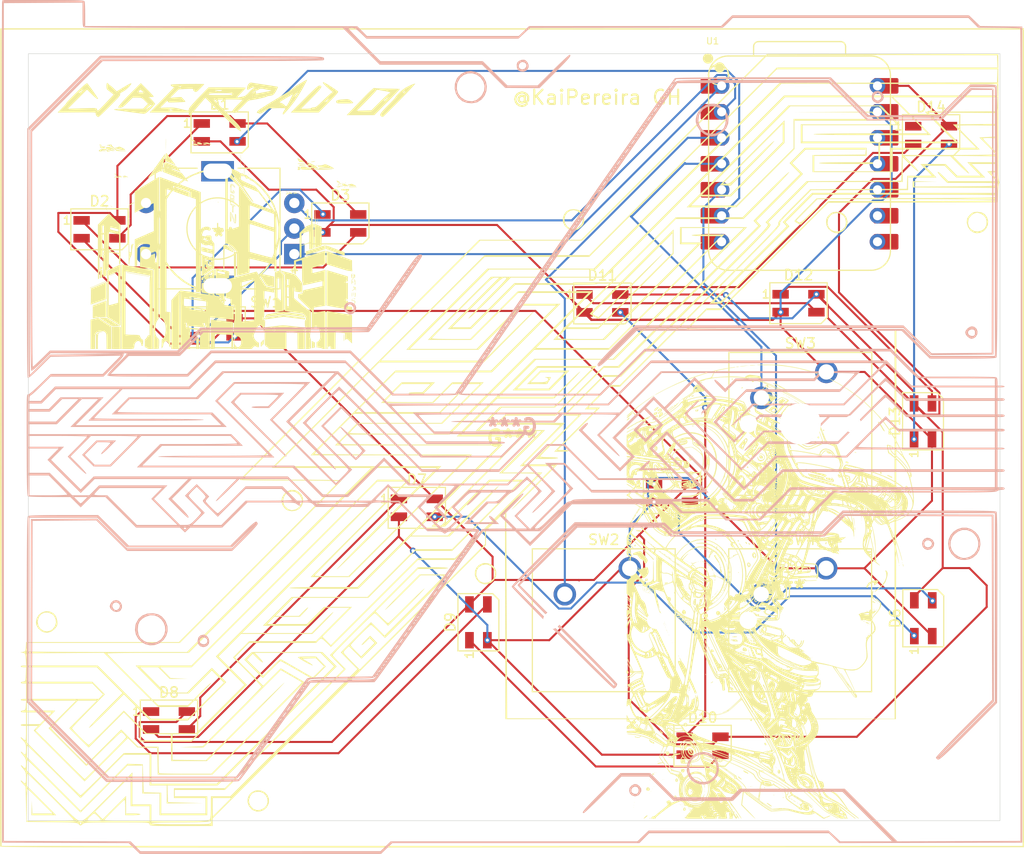
<source format=kicad_pcb>
(kicad_pcb (version 20240108) (generator "pcbnew") (generator_version "8.0")
  (layers (0 "F.Cu" signal) (31 "B.Cu" signal) (34 "B.Paste" user) (35 "F.Paste" user) (36 "B.SilkS" user "B.Silkscreen") (37 "F.SilkS" user "F.Silkscreen") (38 "B.Mask" user) (39 "F.Mask" user) (44 "Edge.Cuts" user))
  (net 0 "")
  (net 1 "GND")
  (net 2 "ENC_A")
  (net 3 "ENC_B")
  (net 4 "Net-(U1-GPIO28{slash}ADC2{slash}A2)")
  (net 5 "Net-(U1-GPIO29{slash}ADC3{slash}A3)")
  (net 6 "Net-(U1-GPIO6{slash}SDA)")
  (net 10 "+5V")
  (net 16 "LED")
  (net 19 "Net-(D1-DOUT)")
  (net 22 "Net-(D2-DOUT)")
  (net 23 "Net-(D3-DOUT)")
  (net 24 "Net-(D4-DOUT)")
  (net 25 "Net-(D5-DOUT)")
  (net 26 "Net-(D6-DOUT)")
  (net 27 "Net-(D7-DOUT)")
  (net 28 "Net-(D8-DOUT)")
  (net 29 "Net-(D10-DIN)")
  (net 30 "Net-(D10-DOUT)")
  (net 31 "Net-(D11-DOUT)")
  (net 32 "Net-(D12-DOUT)")
  (net 33 "Net-(D13-DOUT)")
  (footprint "LOGO" (layer "F.Cu") (at 84 82.9)
    (property "Reference" "G***" (at 0 0 0) (layer "F.SilkS") (effects (font (size 1.5 1.5) (thickness 0.3))))
    (property "Value" "LOGO" (hide yes))
  )
  (footprint "LED_SMD:LED_SK6812MINI_PLCC4_3.5x3.5mm_P1.75mm" (layer "F.Cu") (at 127.92817 107.963167)
    (property "Reference" "D5" (at 0 -2.75 0) (layer "F.SilkS"))
    (property "Value" "SK6812MINI")
    (fp_text user "1" (at -3.2 -0.875 0) (layer "F.SilkS") (effects (font (size 0.8 0.8))))
    (pad "1" smd rect (at -1.75 -0.875) (size 1.6 0.85) (layers "F.Cu" "F.Paste" "F.Mask") (net 25 "Net-(D5-DOUT)"))
    (pad "2" smd rect (at -1.75 0.875) (size 1.6 0.85) (layers "F.Cu" "F.Paste" "F.Mask") (net 1 "GND"))
    (pad "3" smd rect (at 1.75 0.875) (size 1.6 0.85) (layers "F.Cu" "F.Paste" "F.Mask") (net 24 "Net-(D4-DOUT)"))
    (pad "4" smd rect (at 1.75 -0.875) (size 1.6 0.85) (layers "F.Cu" "F.Paste" "F.Mask") (net 10 "+5V"))
  )
  (footprint "LOGO" (layer "F.Cu") (at 112.3 102.6)
    (property "Reference" "G***" (at 0 0 0) (layer "F.SilkS") (effects (font (size 1.5 1.5) (thickness 0.3))))
    (property "Value" "LOGO" (hide yes))
  )
  (footprint "LED_SMD:LED_SK6812MINI_PLCC4_3.5x3.5mm_P1.75mm" (layer "F.Cu") (at 102.977827 109.408011)
    (property "Reference" "D7" (at 0 -2.75 0) (layer "F.SilkS"))
    (property "Value" "SK6812MINI")
    (fp_text user "1" (at -3.2 -0.875 0) (layer "F.SilkS") (effects (font (size 0.8 0.8))))
    (pad "1" smd rect (at -1.75 -0.875) (size 1.6 0.85) (layers "F.Cu" "F.Paste" "F.Mask") (net 27 "Net-(D7-DOUT)"))
    (pad "2" smd rect (at -1.75 0.875) (size 1.6 0.85) (layers "F.Cu" "F.Paste" "F.Mask") (net 1 "GND"))
    (pad "3" smd rect (at 1.75 0.875) (size 1.6 0.85) (layers "F.Cu" "F.Paste" "F.Mask") (net 26 "Net-(D6-DOUT)"))
    (pad "4" smd rect (at 1.75 -0.875) (size 1.6 0.85) (layers "F.Cu" "F.Paste" "F.Mask") (net 10 "+5V"))
  )
  (footprint "LED_SMD:LED_SK6812MINI_PLCC4_3.5x3.5mm_P1.75mm" (layer "F.Cu") (at 140.3 89.4)
    (property "Reference" "D12" (at 0 -2.75 0) (layer "F.SilkS"))
    (property "Value" "SK6812MINI")
    (fp_text user "1" (at -3.2 -0.875 0) (layer "F.SilkS") (effects (font (size 0.8 0.8))))
    (pad "1" smd rect (at -1.75 -0.875) (size 1.6 0.85) (layers "F.Cu" "F.Paste" "F.Mask") (net 32 "Net-(D12-DOUT)"))
    (pad "2" smd rect (at -1.75 0.875) (size 1.6 0.85) (layers "F.Cu" "F.Paste" "F.Mask") (net 1 "GND"))
    (pad "3" smd rect (at 1.75 0.875) (size 1.6 0.85) (layers "F.Cu" "F.Paste" "F.Mask") (net 31 "Net-(D11-DOUT)"))
    (pad "4" smd rect (at 1.75 -0.875) (size 1.6 0.85) (layers "F.Cu" "F.Paste" "F.Mask") (net 10 "+5V"))
  )
  (footprint "kai's library:SW_Cherry_MX_1.00u_PCB" (layer "F.Cu") (at 123.8 115.32)
    (property "Reference" "SW2" (at -2.54 -2.794 0) (layer "F.SilkS"))
    (property "Value" "SW_Push")
    (pad "" np_thru_hole circle (at -7.62 5.08) (size 1.7 1.7) (drill 1.7) (layers "*.Cu" "*.Mask"))
    (pad "" np_thru_hole circle (at -2.54 5.08) (size 4 4) (drill 4) (layers "*.Cu" "*.Mask"))
    (pad "" np_thru_hole circle (at 2.54 5.08) (size 1.7 1.7) (drill 1.7) (layers "*.Cu" "*.Mask"))
    (pad "1" thru_hole circle (at 0 0) (size 2.2 2.2) (drill 1.5) (layers "*.Cu" "*.Mask") (net 1 "GND"))
    (pad "2" thru_hole circle (at -6.35 2.54) (size 2.2 2.2) (drill 1.5) (layers "*.Cu" "*.Mask") (net 4 "Net-(U1-GPIO28{slash}ADC2{slash}A2)"))
  )
  (footprint "LED_SMD:LED_SK6812MINI_PLCC4_3.5x3.5mm_P1.75mm" (layer "F.Cu") (at 109 120.6 90)
    (property "Reference" "D9" (at 0 -2.75 90) (layer "F.SilkS"))
    (property "Value" "SK6812MINI")
    (fp_text user "1" (at -3.2 -0.875 90) (layer "F.SilkS") (effects (font (size 0.8 0.8))))
    (pad "1" smd rect (at -1.75 -0.875 90) (size 1.6 0.85) (layers "F.Cu" "F.Paste" "F.Mask") (net 29 "Net-(D10-DIN)"))
    (pad "2" smd rect (at -1.75 0.875 90) (size 1.6 0.85) (layers "F.Cu" "F.Paste" "F.Mask") (net 1 "GND"))
    (pad "3" smd rect (at 1.75 0.875 90) (size 1.6 0.85) (layers "F.Cu" "F.Paste" "F.Mask") (net 28 "Net-(D8-DOUT)"))
    (pad "4" smd rect (at 1.75 -0.875 90) (size 1.6 0.85) (layers "F.Cu" "F.Paste" "F.Mask") (net 10 "+5V"))
  )
  (footprint "LED_SMD:LED_SK6812MINI_PLCC4_3.5x3.5mm_P1.75mm" (layer "F.Cu") (at 83.7 72.7)
    (property "Reference" "D1" (at 0 -2.75 0) (layer "F.SilkS"))
    (property "Value" "SK6812MINI")
    (fp_text user "1" (at -3.2 -0.875 0) (layer "F.SilkS") (effects (font (size 0.8 0.8))))
    (pad "1" smd rect (at -1.75 -0.875) (size 1.6 0.85) (layers "F.Cu" "F.Paste" "F.Mask") (net 19 "Net-(D1-DOUT)"))
    (pad "2" smd rect (at -1.75 0.875) (size 1.6 0.85) (layers "F.Cu" "F.Paste" "F.Mask") (net 1 "GND"))
    (pad "3" smd rect (at 1.75 0.875) (size 1.6 0.85) (layers "F.Cu" "F.Paste" "F.Mask") (net 16 "LED"))
    (pad "4" smd rect (at 1.75 -0.875) (size 1.6 0.85) (layers "F.Cu" "F.Paste" "F.Mask") (net 10 "+5V"))
  )
  (footprint "LED_SMD:LED_SK6812MINI_PLCC4_3.5x3.5mm_P1.75mm" (layer "F.Cu") (at 130.918952 132.672735)
    (property "Reference" "D10" (at 0 -2.75 0) (layer "F.SilkS"))
    (property "Value" "SK6812MINI")
    (fp_text user "1" (at -3.2 -0.875 0) (layer "F.SilkS") (effects (font (size 0.8 0.8))))
    (pad "1" smd rect (at -1.75 -0.875) (size 1.6 0.85) (layers "F.Cu" "F.Paste" "F.Mask") (net 30 "Net-(D10-DOUT)"))
    (pad "2" smd rect (at -1.75 0.875) (size 1.6 0.85) (layers "F.Cu" "F.Paste" "F.Mask") (net 1 "GND"))
    (pad "3" smd rect (at 1.75 0.875) (size 1.6 0.85) (layers "F.Cu" "F.Paste" "F.Mask") (net 29 "Net-(D10-DIN)"))
    (pad "4" smd rect (at 1.75 -0.875) (size 1.6 0.85) (layers "F.Cu" "F.Paste" "F.Mask") (net 10 "+5V"))
  )
  (footprint "Rotary_Encoder:RotaryEncoder_Alps_EC11E-Switch_Vertical_H20mm" (layer "F.Cu") (at 91 84.6 180)
    (property "Reference" "SW1" (at 2.8 -4.7 0) (layer "F.SilkS"))
    (property "Value" "RotaryEncoder")
    (pad "A" thru_hole rect (at 0 0 180) (size 2 2) (drill 1) (layers "*.Cu" "*.Mask") (net 2 "ENC_A"))
    (pad "B" thru_hole circle (at 0 5 180) (size 2 2) (drill 1) (layers "*.Cu" "*.Mask") (net 3 "ENC_B"))
    (pad "C" thru_hole circle (at 0 2.5 180) (size 2 2) (drill 1) (layers "*.Cu" "*.Mask") (net 1 "GND"))
    (pad "MP" thru_hole rect (at 7.5 -3.1 180) (size 3.2 2) (drill oval 2.8 1.5) (layers "*.Cu" "*.Mask"))
    (pad "MP" thru_hole rect (at 7.5 8.1 180) (size 3.2 2) (drill oval 2.8 1.5) (layers "*.Cu" "*.Mask"))
    (pad "S1" thru_hole circle (at 14.5 5 180) (size 2 2) (drill 1) (layers "*.Cu" "*.Mask"))
    (pad "S2" thru_hole circle (at 14.5 0 180) (size 2 2) (drill 1) (layers "*.Cu" "*.Mask"))
  )
  (footprint "LED_SMD:LED_SK6812MINI_PLCC4_3.5x3.5mm_P1.75mm" (layer "F.Cu") (at 121.125265 89.425706)
    (property "Reference" "D11" (at 0 -2.75 0) (layer "F.SilkS"))
    (property "Value" "SK6812MINI")
    (fp_text user "1" (at -3.2 -0.875 0) (layer "F.SilkS") (effects (font (size 0.8 0.8))))
    (pad "1" smd rect (at -1.75 -0.875) (size 1.6 0.85) (layers "F.Cu" "F.Paste" "F.Mask") (net 31 "Net-(D11-DOUT)"))
    (pad "2" smd rect (at -1.75 0.875) (size 1.6 0.85) (layers "F.Cu" "F.Paste" "F.Mask") (net 1 "GND"))
    (pad "3" smd rect (at 1.75 0.875) (size 1.6 0.85) (layers "F.Cu" "F.Paste" "F.Mask") (net 30 "Net-(D10-DOUT)"))
    (pad "4" smd rect (at 1.75 -0.875) (size 1.6 0.85) (layers "F.Cu" "F.Paste" "F.Mask") (net 10 "+5V"))
  )
  (footprint "LED_SMD:LED_SK6812MINI_PLCC4_3.5x3.5mm_P1.75mm" (layer "F.Cu") (at 152.5 120.2 90)
    (property "Reference" "D6" (at 0 -2.75 90) (layer "F.SilkS"))
    (property "Value" "SK6812MINI")
    (fp_text user "1" (at -3.2 -0.875 90) (layer "F.SilkS") (effects (font (size 0.8 0.8))))
    (pad "1" smd rect (at -1.75 -0.875 90) (size 1.6 0.85) (layers "F.Cu" "F.Paste" "F.Mask") (net 26 "Net-(D6-DOUT)"))
    (pad "2" smd rect (at -1.75 0.875 90) (size 1.6 0.85) (layers "F.Cu" "F.Paste" "F.Mask") (net 1 "GND"))
    (pad "3" smd rect (at 1.75 0.875 90) (size 1.6 0.85) (layers "F.Cu" "F.Paste" "F.Mask") (net 25 "Net-(D5-DOUT)"))
    (pad "4" smd rect (at 1.75 -0.875 90) (size 1.6 0.85) (layers "F.Cu" "F.Paste" "F.Mask") (net 10 "+5V"))
  )
  (footprint "LOGO" (layer "F.Cu") (at 85.3 70)
    (property "Reference" "G***" (hide yes))
    (property "Value" "LOGO" (hide yes))
  )
  (footprint "LED_SMD:LED_SK6812MINI_PLCC4_3.5x3.5mm_P1.75mm" (layer "F.Cu") (at 71.95 82.175)
    (property "Reference" "D2" (at 0 -2.75 0) (layer "F.SilkS"))
    (property "Value" "SK6812MINI")
    (fp_text user "1" (at -3.2 -0.875 0) (layer "F.SilkS") (effects (font (size 0.8 0.8))))
    (pad "1" smd rect (at -1.75 -0.875) (size 1.6 0.85) (layers "F.Cu" "F.Paste" "F.Mask") (net 22 "Net-(D2-DOUT)"))
    (pad "2" smd rect (at -1.75 0.875) (size 1.6 0.85) (layers "F.Cu" "F.Paste" "F.Mask") (net 1 "GND"))
    (pad "3" smd rect (at 1.75 0.875) (size 1.6 0.85) (layers "F.Cu" "F.Paste" "F.Mask") (net 19 "Net-(D1-DOUT)"))
    (pad "4" smd rect (at 1.75 -0.875) (size 1.6 0.85) (layers "F.Cu" "F.Paste" "F.Mask") (net 10 "+5V"))
  )
  (footprint "kai's library:SW_Cherry_MX_1.00u_PCB" (layer "F.Cu") (at 143.02 96.12)
    (property "Reference" "SW3" (at -2.54 -2.794 0) (layer "F.SilkS"))
    (property "Value" "SW_Push")
    (pad "" np_thru_hole circle (at -7.62 5.08) (size 1.7 1.7) (drill 1.7) (layers "*.Cu" "*.Mask"))
    (pad "" np_thru_hole circle (at -2.54 5.08) (size 4 4) (drill 4) (layers "*.Cu" "*.Mask"))
    (pad "" np_thru_hole circle (at 2.54 5.08) (size 1.7 1.7) (drill 1.7) (layers "*.Cu" "*.Mask"))
    (pad "1" thru_hole circle (at 0 0) (size 2.2 2.2) (drill 1.5) (layers "*.Cu" "*.Mask") (net 1 "GND"))
    (pad "2" thru_hole circle (at -6.35 2.54) (size 2.2 2.2) (drill 1.5) (layers "*.Cu" "*.Mask") (net 5 "Net-(U1-GPIO29{slash}ADC3{slash}A3)"))
  )
  (footprint "LOGO" (layer "F.Cu") (at 138.5 117.3)
    (property "Reference" "G***" (at 0 0 0) (layer "F.SilkS") (effects (font (size 1.5 1.5) (thickness 0.3))))
    (property "Value" "LOGO" (hide yes))
  )
  (footprint "kai's library:SW_Cherry_MX_1.00u_PCB" (layer "F.Cu") (at 143 115.32)
    (property "Reference" "SW4" (at -2.54 -2.794 0) (layer "F.SilkS"))
    (property "Value" "SW_Push")
    (pad "" np_thru_hole circle (at -7.62 5.08) (size 1.7 1.7) (drill 1.7) (layers "*.Cu" "*.Mask"))
    (pad "" np_thru_hole circle (at -2.54 5.08) (size 4 4) (drill 4) (layers "*.Cu" "*.Mask"))
    (pad "" np_thru_hole circle (at 2.54 5.08) (size 1.7 1.7) (drill 1.7) (layers "*.Cu" "*.Mask"))
    (pad "1" thru_hole circle (at 0 0) (size 2.2 2.2) (drill 1.5) (layers "*.Cu" "*.Mask") (net 1 "GND"))
    (pad "2" thru_hole circle (at -6.35 2.54) (size 2.2 2.2) (drill 1.5) (layers "*.Cu" "*.Mask") (net 6 "Net-(U1-GPIO6{slash}SDA)"))
  )
  (footprint "LED_SMD:LED_SK6812MINI_PLCC4_3.5x3.5mm_P1.75mm" (layer "F.Cu") (at 83.403432 91.755052)
    (property "Reference" "D4" (at 0 -2.75 0) (layer "F.SilkS"))
    (property "Value" "SK6812MINI")
    (fp_text user "1" (at -3.2 -0.875 0) (layer "F.SilkS") (effects (font (size 0.8 0.8))))
    (pad "1" smd rect (at -1.75 -0.875) (size 1.6 0.85) (layers "F.Cu" "F.Paste" "F.Mask") (net 24 "Net-(D4-DOUT)"))
    (pad "2" smd rect (at -1.75 0.875) (size 1.6 0.85) (layers "F.Cu" "F.Paste" "F.Mask") (net 1 "GND"))
    (pad "3" smd rect (at 1.75 0.875) (size 1.6 0.85) (layers "F.Cu" "F.Paste" "F.Mask") (net 23 "Net-(D3-DOUT)"))
    (pad "4" smd rect (at 1.75 -0.875) (size 1.6 0.85) (layers "F.Cu" "F.Paste" "F.Mask") (net 10 "+5V"))
  )
  (footprint "LED_SMD:LED_SK6812MINI_PLCC4_3.5x3.5mm_P1.75mm" (layer "F.Cu") (at 153.264744 72.966666)
    (property "Reference" "D14" (at 0 -2.75 0) (layer "F.SilkS"))
    (property "Value" "SK6812MINI")
    (fp_text user "1" (at -3.2 -0.875 0) (layer "F.SilkS") (effects (font (size 0.8 0.8))))
    (pad "1" smd rect (at -1.75 -0.875) (size 1.6 0.85) (layers "F.Cu" "F.Paste" "F.Mask"))
    (pad "2" smd rect (at -1.75 0.875) (size 1.6 0.85) (layers "F.Cu" "F.Paste" "F.Mask") (net 1 "GND"))
    (pad "3" smd rect (at 1.75 0.875) (size 1.6 0.85) (layers "F.Cu" "F.Paste" "F.Mask") (net 33 "Net-(D13-DOUT)"))
    (pad "4" smd rect (at 1.75 -0.875) (size 1.6 0.85) (layers "F.Cu" "F.Paste" "F.Mask") (net 10 "+5V"))
  )
  (footprint "LED_SMD:LED_SK6812MINI_PLCC4_3.5x3.5mm_P1.75mm" (layer "F.Cu") (at 152.475 100.95 90)
    (property "Reference" "D13" (at 0 -2.75 90) (layer "F.SilkS"))
    (property "Value" "SK6812MINI")
    (fp_text user "1" (at -3.2 -0.875 90) (layer "F.SilkS") (effects (font (size 0.8 0.8))))
    (pad "1" smd rect (at -1.75 -0.875 90) (size 1.6 0.85) (layers "F.Cu" "F.Paste" "F.Mask") (net 33 "Net-(D13-DOUT)"))
    (pad "2" smd rect (at -1.75 0.875 90) (size 1.6 0.85) (layers "F.Cu" "F.Paste" "F.Mask") (net 1 "GND"))
    (pad "3" smd rect (at 1.75 0.875 90) (size 1.6 0.85) (layers "F.Cu" "F.Paste" "F.Mask") (net 32 "Net-(D12-DOUT)"))
    (pad "4" smd rect (at 1.75 -0.875 90) (size 1.6 0.85) (layers "F.Cu" "F.Paste" "F.Mask") (net 10 "+5V"))
  )
  (footprint "Seeed Studio XIAO Series Library:XIAO-RP2040-DIP" (layer "F.Cu") (at 140.4 75.7685)
    (property "Reference" "U1" (at -8.5 -12 0) (layer "F.SilkS") (effects (font (size 0.635 0.635) (thickness 0.1016))))
    (property "Value" "XIAO-RP2040-DIP")
    (pad "1" smd roundrect (at -8.455 -7.62 180) (size 2.432 1.524) (layers "F.Cu" "F.Mask") (roundrect_rratio 0.1) (net 2 "ENC_A"))
    (pad "1" thru_hole circle (at -7.62 -7.62 180) (size 1.524 1.524) (drill 0.889) (layers "*.Cu" "*.Mask") (net 2 "ENC_A"))
    (pad "2" smd roundrect (at -8.455 -5.08 180) (size 2.432 1.524) (layers "F.Cu" "F.Mask") (roundrect_rratio 0.1) (net 3 "ENC_B"))
    (pad "2" thru_hole circle (at -7.62 -5.08 180) (size 1.524 1.524) (drill 0.889) (layers "*.Cu" "*.Mask") (net 3 "ENC_B"))
    (pad "3" smd roundrect (at -8.455 -2.54 180) (size 2.432 1.524) (layers "F.Cu" "F.Mask") (roundrect_rratio 0.1) (net 4 "Net-(U1-GPIO28{slash}ADC2{slash}A2)"))
    (pad "3" thru_hole circle (at -7.62 -2.54 180) (size 1.524 1.524) (drill 0.889) (layers "*.Cu" "*.Mask") (net 4 "Net-(U1-GPIO28{slash}ADC2{slash}A2)"))
    (pad "4" smd roundrect (at -8.455 0 180) (size 2.432 1.524) (layers "F.Cu" "F.Mask") (roundrect_rratio 0.1) (net 5 "Net-(U1-GPIO29{slash}ADC3{slash}A3)"))
    (pad "4" thru_hole circle (at -7.62 0 180) (size 1.524 1.524) (drill 0.889) (layers "*.Cu" "*.Mask") (net 5 "Net-(U1-GPIO29{slash}ADC3{slash}A3)"))
    (pad "5" smd roundrect (at -8.455 2.54 180) (size 2.432 1.524) (layers "F.Cu" "F.Mask") (roundrect_rratio 0.1) (net 6 "Net-(U1-GPIO6{slash}SDA)"))
    (pad "5" thru_hole circle (at -7.62 2.54 180) (size 1.524 1.524) (drill 0.889) (layers "*.Cu" "*.Mask") (net 6 "Net-(U1-GPIO6{slash}SDA)"))
    (pad "6" smd roundrect (at -8.455 5.08 180) (size 2.432 1.524) (layers "F.Cu" "F.Mask") (roundrect_rratio 0.1) (net 16 "LED"))
    (pad "6" thru_hole circle (at -7.62 5.08 180) (size 1.524 1.524) (drill 0.889) (layers "*.Cu" "*.Mask") (net 16 "LED"))
    (pad "7" smd roundrect (at -8.455 7.62 180) (size 2.432 1.524) (layers "F.Cu" "F.Mask") (roundrect_rratio 0.1))
    (pad "7" thru_hole circle (at -7.62 7.62 180) (size 1.524 1.524) (drill 0.889) (layers "*.Cu" "*.Mask"))
    (pad "8" thru_hole circle (at 7.62 7.62) (size 1.524 1.524) (drill 0.889) (layers "*.Cu" "*.Mask"))
    (pad "8" smd roundrect (at 8.455 7.62) (size 2.432 1.524) (layers "F.Cu" "F.Mask") (roundrect_rratio 0.1))
    (pad "9" thru_hole circle (at 7.62 5.08) (size 1.524 1.524) (drill 0.889) (layers "*.Cu" "*.Mask"))
    (pad "9" smd roundrect (at 8.455 5.08) (size 2.432 1.524) (layers "F.Cu" "F.Mask") (roundrect_rratio 0.1))
    (pad "10" thru_hole circle (at 7.62 2.54) (size 1.524 1.524) (drill 0.889) (layers "*.Cu" "*.Mask"))
    (pad "10" smd roundrect (at 8.455 2.54) (size 2.432 1.524) (layers "F.Cu" "F.Mask") (roundrect_rratio 0.1))
    (pad "11" thru_hole circle (at 7.62 0) (size 1.524 1.524) (drill 0.889) (layers "*.Cu" "*.Mask"))
    (pad "11" smd roundrect (at 8.455 0) (size 2.432 1.524) (layers "F.Cu" "F.Mask") (roundrect_rratio 0.1))
    (pad "12" thru_hole circle (at 7.62 -2.54) (size 1.524 1.524) (drill 0.889) (layers "*.Cu" "*.Mask"))
    (pad "12" smd roundrect (at 8.455 -2.54) (size 2.432 1.524) (layers "F.Cu" "F.Mask") (roundrect_rratio 0.1))
    (pad "13" thru_hole circle (at 7.62 -5.08) (size 1.524 1.524) (drill 0.889) (layers "*.Cu" "*.Mask") (net 1 "GND"))
    (pad "13" smd roundrect (at 8.455 -5.08) (size 2.432 1.524) (layers "F.Cu" "F.Mask") (roundrect_rratio 0.1) (net 1 "GND"))
    (pad "14" thru_hole circle (at 7.62 -7.62) (size 1.524 1.524) (drill 0.889) (layers "*.Cu" "*.Mask") (net 10 "+5V"))
    (pad "14" smd roundrect (at 8.455 -7.62) (size 2.432 1.524) (layers "F.Cu" "F.Mask") (roundrect_rratio 0.1) (net 10 "+5V"))
  )
  (footprint "LED_SMD:LED_SK6812MINI_PLCC4_3.5x3.5mm_P1.75mm" (layer "F.Cu") (at 95.5 81.6)
    (property "Reference" "D3" (at 0 -2.75 0) (layer "F.SilkS"))
    (property "Value" "SK6812MINI")
    (fp_text user "1" (at -3.2 -0.875 0) (layer "F.SilkS") (effects (font (size 0.8 0.8))))
    (pad "1" smd rect (at -1.75 -0.875) (size 1.6 0.85) (layers "F.Cu" "F.Paste" "F.Mask") (net 23 "Net-(D3-DOUT)"))
    (pad "2" smd rect (at -1.75 0.875) (size 1.6 0.85) (layers "F.Cu" "F.Paste" "F.Mask") (net 1 "GND"))
    (pad "3" smd rect (at 1.75 0.875) (size 1.6 0.85) (layers "F.Cu" "F.Paste" "F.Mask") (net 22 "Net-(D2-DOUT)"))
    (pad "4" smd rect (at 1.75 -0.875) (size 1.6 0.85) (layers "F.Cu" "F.Paste" "F.Mask") (net 10 "+5V"))
  )
  (footprint "LED_SMD:LED_SK6812MINI_PLCC4_3.5x3.5mm_P1.75mm" (layer "F.Cu") (at 78.741642 130.204861)
    (property "Reference" "D8" (at 0 -2.75 0) (layer "F.SilkS"))
    (property "Value" "SK6812MINI")
    (fp_text user "1" (at -3.2 -0.875 0) (layer "F.SilkS") (effects (font (size 0.8 0.8))))
    (pad "1" smd rect (at -1.75 -0.875) (size 1.6 0.85) (layers "F.Cu" "F.Paste" "F.Mask") (net 28 "Net-(D8-DOUT)"))
    (pad "2" smd rect (at -1.75 0.875) (size 1.6 0.85) (layers "F.Cu" "F.Paste" "F.Mask") (net 1 "GND"))
    (pad "3" smd rect (at 1.75 0.875) (size 1.6 0.85) (layers "F.Cu" "F.Paste" "F.Mask") (net 27 "Net-(D7-DOUT)"))
    (pad "4" smd rect (at 1.75 -0.875) (size 1.6 0.85) (layers "F.Cu" "F.Paste" "F.Mask") (net 10 "+5V"))
  )
  (footprint "LOGO" (layer "B.Cu") (at 112.3 101.5 180)
    (property "Reference" "G***" (at 0 0 0) (layer "B.SilkS") (effects (font (size 1.5 1.5) (thickness 0.3)) (justify mirror)))
    (property "Value" "LOGO" (hide yes))
  )
  (gr_rect (start 65 65) (end 160 140) (stroke (width 0.05)) (fill none) (layer "Edge.Cuts"))
  (gr_text "@KaiPereira GH" (at 112.2 70.1 0) (layer "F.SilkS") (effects (font (size 1.4 1.4) (thickness 0.2)) (justify left bottom)))
  (segment (start 81.591642 131.804861) (end 77.716642 131.804861) (width 0.2) (layer "F.Cu") (net 1))
  (segment (start 101.227827 112.168676) (end 81.591642 131.804861) (width 0.2) (layer "F.Cu") (net 1))
  (segment (start 138.55 91.65) (end 138.55 90.275) (width 0.2) (layer "F.Cu") (net 1))
  (segment (start 143 115.32) (end 138.32 115.32) (width 0.2) (layer "F.Cu") (net 1))
  (segment (start 94.475 81.75) (end 93.75 82.475) (width 0.2) (layer "F.Cu") (net 1))
  (segment (start 94.85 81.375) (end 93.75 82.475) (width 0.2) (layer "F.Cu") (net 1))
  (segment (start 79.780052 92.630052) (end 81.653432 92.630052) (width 0.2) (layer "F.Cu") (net 1))
  (segment (start 70.2 83.05) (end 79.780052 92.630052) (width 0.2) (layer "F.Cu") (net 1))
  (segment (start 94.85 80) (end 94.85 81.375) (width 0.2) (layer "F.Cu") (net 1))
  (segment (start 123.8 115.32) (end 122.957056 115.32) (width 0.2) (layer "F.Cu") (net 1))
  (segment (start 138.32 115.32) (end 132.3 109.3) (width 0.2) (layer "F.Cu") (net 1))
  (segment (start 109.875 122.35) (end 121.072735 133.547735) (width 0.2) (layer "F.Cu") (net 1))
  (segment (start 115.927056 122.35) (end 109.875 122.35) (width 0.2) (layer "F.Cu") (net 1))
  (segment (start 146.745 115.32) (end 153.35 108.715) (width 0.2) (layer "F.Cu") (net 1))
  (segment (start 120.100265 91.025706) (end 137.799294 91.025706) (width 0.2) (layer "F.Cu") (net 1))
  (segment (start 118.275265 89.275706) (end 118.275265 87.825706) (width 0.2) (layer "F.Cu") (net 1))
  (segment (start 146.745 115.32) (end 143 115.32) (width 0.2) (layer "F.Cu") (net 1))
  (segment (start 119.375265 90.300706) (end 120.100265 91.025706) (width 0.2) (layer "F.Cu") (net 1))
  (segment (start 153.35 102.7) (end 146.77 96.12) (width 0.2) (layer "F.Cu") (net 1))
  (segment (start 150.64991 74.7065) (end 151.514744 73.841666) (width 0.2) (layer "F.Cu") (net 1))
  (segment (start 153.375 121.95) (end 146.745 115.32) (width 0.2) (layer "F.Cu") (net 1))
  (segment (start 83.775 73.575) (end 88.5 78.3) (width 0.2) (layer "F.Cu") (net 1))
  (segment (start 101.227827 112.227827) (end 102.6 113.6) (width 0.2) (layer "F.Cu") (net 1))
  (segment (start 110.824559 81.75) (end 94.475 81.75) (width 0.2) (layer "F.Cu") (net 1))
  (segment (start 101.227827 110.283011) (end 101.227827 112.168676) (width 0.2) (layer "F.Cu") (net 1))
  (segment (start 134.460899 87.825706) (end 147.580105 74.7065) (width 0.2) (layer "F.Cu") (net 1))
  (segment (start 119.375265 90.300706) (end 110.824559 81.75) (width 0.2) (layer "F.Cu") (net 1))
  (segment (start 88.5 78.3) (end 93.15 78.3) (width 0.2) (layer "F.Cu") (net 1))
  (segment (start 138.55 90.275) (end 137.799294 91.025706) (width 0.2) (layer "F.Cu") (net 1))
  (segment (start 93.15 78.3) (end 94.85 80) (width 0.2) (layer "F.Cu") (net 1))
  (segment (start 118.275265 87.825706) (end 134.460899 87.825706) (width 0.2) (layer "F.Cu") (net 1))
  (segment (start 153.35 108.715) (end 153.35 102.7) (width 0.2) (layer "F.Cu") (net 1))
  (segment (start 147.580105 74.7065) (end 150.64991 74.7065) (width 0.2) (layer "F.Cu") (net 1))
  (segment (start 143.02 96.12) (end 138.55 91.65) (width 0.2) (layer "F.Cu") (net 1))
  (segment (start 81.95 73.575) (end 83.775 73.575) (width 0.2) (layer "F.Cu") (net 1))
  (segment (start 77.716642 131.804861) (end 76.991642 131.079861) (width 0.2) (layer "F.Cu") (net 1))
  (segment (start 120.025265 91.025706) (end 118.275265 89.275706) (width 0.2) (layer "F.Cu") (net 1))
  (segment (start 137.799294 91.025706) (end 120.025265 91.025706) (width 0.2) (layer "F.Cu") (net 1))
  (segment (start 121.072735 133.547735) (end 129.168952 133.547735) (width 0.2) (layer "F.Cu") (net 1))
  (segment (start 101.227827 112.168676) (end 101.227827 112.227827) (width 0.2) (layer "F.Cu") (net 1))
  (segment (start 122.957056 115.32) (end 115.927056 122.35) (width 0.2) (layer "F.Cu") (net 1))
  (segment (start 146.77 96.12) (end 143.02 96.12) (width 0.2) (layer "F.Cu") (net 1))
  (via (at 109.875 122.35) (size 0.6) (drill 0.3) (layers "F.Cu" "B.Cu") (net 1))
  (via (at 102.6 113.6) (size 0.6) (drill 0.3) (layers "F.Cu" "B.Cu") (net 1))
  (via (at 126.17817 108.838167) (size 0.6) (drill 0.3) (layers "F.Cu" "B.Cu") (net 1))
  (via (at 93.75 82.475) (size 0.6) (drill 0.3) (layers "F.Cu" "B.Cu") (net 1))
  (via (at 81.653432 92.630052) (size 0.6) (drill 0.3) (layers "F.Cu" "B.Cu") (net 1))
  (via (at 132.3 109.3) (size 0.6) (drill 0.3) (layers "F.Cu" "B.Cu") (net 1))
  (via (at 138.55 90.275) (size 0.6) (drill 0.3) (layers "F.Cu" "B.Cu") (net 1))
  (segment (start 102.6 113.6) (end 109.875 120.875) (width 0.2) (layer "B.Cu") (net 1))
  (segment (start 89.7 84.583484) (end 89.7 83.4) (width 0.2) (layer "B.Cu") (net 1))
  (segment (start 91 82.1) (end 93.375 82.1) (width 0.2) (layer "B.Cu") (net 1))
  (segment (start 129.488167 106.488167) (end 125.929641 106.488167) (width 0.2) (layer "B.Cu") (net 1))
  (segment (start 147.580105 79.3705) (end 148.459895 79.3705) (width 0.2) (layer "B.Cu") (net 1))
  (segment (start 132.3 109.3) (end 129.488167 106.488167) (width 0.2) (layer "B.Cu") (net 1))
  (segment (start 109.875 120.875) (end 109.875 122.35) (width 0.2) (layer "B.Cu") (net 1))
  (segment (start 125.57817 108.238167) (end 126.17817 108.838167) (width 0.2) (layer "B.Cu") (net 1))
  (segment (start 148.459895 79.3705) (end 149.4 78.430395) (width 0.2) (layer "B.Cu") (net 1))
  (segment (start 138.55 90.275) (end 138.55 88.400605) (width 0.2) (layer "B.Cu") (net 1))
  (segment (start 149.4 72.0685) (end 148.02 70.6885) (width 0.2) (layer "B.Cu") (net 1))
  (segment (start 149.4 78.430395) (end 149.4 72.0685) (width 0.2) (layer "B.Cu") (net 1))
  (segment (start 123.8 111.216337) (end 126.17817 108.838167) (width 0.2) (layer "B.Cu") (net 1))
  (segment (start 125.929641 106.488167) (end 125.57817 106.839638) (width 0.2) (layer "B.Cu") (net 1))
  (segment (start 138.55 88.400605) (end 147.580105 79.3705) (width 0.2) (layer "B.Cu") (net 1))
  (segment (start 93.375 82.1) (end 93.75 82.475) (width 0.2) (layer "B.Cu") (net 1))
  (segment (start 123.8 115.32) (end 123.8 111.216337) (width 0.2) (layer "B.Cu") (net 1))
  (segment (start 81.653432 92.630052) (end 89.7 84.583484) (width 0.2) (layer "B.Cu") (net 1))
  (segment (start 89.7 83.4) (end 91 82.1) (width 0.2) (layer "B.Cu") (net 1))
  (segment (start 125.57817 106.839638) (end 125.57817 108.238167) (width 0.2) (layer "B.Cu") (net 1))
  (segment (start 116.3285 84.6) (end 132.78 68.1485) (width 0.2) (layer "B.Cu") (net 2))
  (segment (start 91 84.6) (end 116.3285 84.6) (width 0.2) (layer "B.Cu") (net 2))
  (segment (start 91 79.6) (end 92.7 81.3) (width 0.2) (layer "B.Cu") (net 3))
  (segment (start 133.219895 67.0865) (end 134.1 67.966605) (width 0.2) (layer "B.Cu") (net 3))
  (segment (start 134.1 69.3685) (end 132.78 70.6885) (width 0.2) (layer "B.Cu") (net 3))
  (segment (start 118.126605 81.3) (end 132.340105 67.0865) (width 0.2) (layer "B.Cu") (net 3))
  (segment (start 134.1 67.966605) (end 134.1 69.3685) (width 0.2) (layer "B.Cu") (net 3))
  (segment (start 92.7 81.3) (end 118.126605 81.3) (width 0.2) (layer "B.Cu") (net 3))
  (segment (start 132.340105 67.0865) (end 133.219895 67.0865) (width 0.2) (layer "B.Cu") (net 3))
  (segment (start 129.4715 73.2285) (end 115.6 87.1) (width 0.2) (layer "B.Cu") (net 4))
  (segment (start 117.45 88.95) (end 117.45 117.86) (width 0.2) (layer "B.Cu") (net 4))
  (segment (start 132.78 73.2285) (end 129.4715 73.2285) (width 0.2) (layer "B.Cu") (net 4))
  (segment (start 115.6 87.1) (end 117.45 88.95) (width 0.2) (layer "B.Cu") (net 4))
  (segment (start 132.78 75.7685) (end 129.2685 75.7685) (width 0.2) (layer "B.Cu") (net 5))
  (segment (start 136.67 93.67) (end 136.67 98.66) (width 0.2) (layer "B.Cu") (net 5))
  (segment (start 129.2685 75.7685) (end 129.2 75.7) (width 0.2) (layer "B.Cu") (net 5))
  (segment (start 129.2 75.7) (end 124 80.9) (width 0.2) (layer "B.Cu") (net 5))
  (segment (start 124 80.9) (end 123.9 80.9) (width 0.2) (layer "B.Cu") (net 5))
  (segment (start 123.9 80.9) (end 136.67 93.67) (width 0.2) (layer "B.Cu") (net 5))
  (segment (start 131 87.434314) (end 138.1 94.534314) (width 0.2) (layer "B.Cu") (net 6))
  (segment (start 132.78 78.3085) (end 131 80.0885) (width 0.2) (layer "B.Cu") (net 6))
  (segment (start 131 80.0885) (end 131 87.434314) (width 0.2) (layer "B.Cu") (net 6))
  (segment (start 138.1 116.41) (end 136.65 117.86) (width 0.2) (layer "B.Cu") (net 6))
  (segment (start 138.1 94.534314) (end 138.1 116.41) (width 0.2) (layer "B.Cu") (net 6))
  (segment (start 87.074868 90.880052) (end 85.153432 90.880052) (width 0.2) (layer "F.Cu") (net 10))
  (segment (start 154.075 100.3) (end 152.625 100.3) (width 0.2) (layer "F.Cu") (net 10))
  (segment (start 110.3875 116.5875) (end 110.3875 114.192684) (width 0.2) (layer "F.Cu") (net 10))
  (segment (start 124.733168 112.033168) (end 120.306337 116.46) (width 0.2) (layer "F.Cu") (net 10))
  (segment (start 125.2 115.899899) (end 125.2 112.5) (width 0.2) (layer "F.Cu") (net 10))
  (segment (start 128.122735 132.522735) (end 123.7 128.1) (width 0.2) (layer "F.Cu") (net 10))
  (segment (start 110.515 116.46) (end 110.3875 116.5875) (width 0.2) (layer "F.Cu") (net 10))
  (segment (start 149.78491 77.2465) (end 147.580105 77.2465) (width 0.2) (layer "F.Cu") (net 10))
  (segment (start 154.939744 72.091666) (end 149.78491 77.2465) (width 0.2) (layer "F.Cu") (net 10))
  (segment (start 73.7 81.3) (end 72.975 80.575) (width 0.2) (layer "F.Cu") (net 10))
  (segment (start 151.6 98.075) (end 142.05 88.525) (width 0.2) (layer "F.Cu") (net 10))
  (segment (start 132.668952 131.797735) (end 131.943952 132.522735) (width 0.2) (layer "F.Cu") (net 10))
  (segment (start 133.2 88.6) (end 133.150706 88.550706) (width 0.2) (layer "F.Cu") (net 10))
  (segment (start 75.891642 130.354861) (end 75.891642 131.804861) (width 0.2) (layer "F.Cu") (net 10))
  (segment (start 147.580105 77.2465) (end 144.257843 80.568762) (width 0.2) (layer "F.Cu") (net 10))
  (segment (start 72.975 80.575) (end 67.925 80.575) (width 0.2) (layer "F.Cu") (net 10))
  (segment (start 85.45 71.825) (end 88.35 71.825) (width 0.2) (layer "F.Cu") (net 10))
  (segment (start 123.7 128.1) (end 123.7 117.399899) (width 0.2) (layer "F.Cu") (net 10))
  (segment (start 110.3875 116.5875) (end 108.125 118.85) (width 0.2) (layer "F.Cu") (net 10))
  (segment (start 118.85 116.51) (end 118.8 116.46) (width 0.2) (layer "F.Cu") (net 10))
  (segment (start 143.15 89.55) (end 142.125 88.525) (width 0.2) (layer "F.Cu") (net 10))
  (segment (start 129.67817 107.088167) (end 124.733168 112.033168) (width 0.2) (layer "F.Cu") (net 10))
  (segment (start 158.7 117) (end 157 115.3) (width 0.2) (layer "F.Cu") (net 10))
  (segment (start 133.150706 88.550706) (end 122.875265 88.550706) (width 0.2) (layer "F.Cu") (net 10))
  (segment (start 154.075 98.159314) (end 154.075 100.3) (width 0.2) (layer "F.Cu") (net 10))
  (segment (start 158.7 119.1) (end 158.7 117) (width 0.2) (layer "F.Cu") (net 10))
  (segment (start 142.125 88.525) (end 142.05 88.525) (width 0.2) (layer "F.Cu") (net 10))
  (segment (start 125.2 112.5) (end 124.733168 112.033168) (width 0.2) (layer "F.Cu") (net 10))
  (segment (start 104.727827 108.533011) (end 87.074868 90.880052) (width 0.2) (layer "F.Cu") (net 10))
  (segment (start 155.014744 72.091666) (end 151.071578 68.1485) (width 0.2) (layer "F.Cu") (net 10))
  (segment (start 76.386781 132.3) (end 94.675 132.3) (width 0.2) (layer "F.Cu") (net 10))
  (segment (start 146.002265 131.797735) (end 158.7 119.1) (width 0.2) (layer "F.Cu") (net 10))
  (segment (start 110.3875 114.192684) (end 104.727827 108.533011) (width 0.2) (layer "F.Cu") (net 10))
  (segment (start 132.668952 131.797735) (end 146.002265 131.797735) (width 0.2) (layer "F.Cu") (net 10))
  (segment (start 157 115.3) (end 154.4 115.3) (width 0.2) (layer "F.Cu") (net 10))
  (segment (start 151.625 118.075) (end 151.625 118.45) (width 0.2) (layer "F.Cu") (net 10))
  (segment (start 80.491642 129.329861) (end 79.466642 130.354861) (width 0.2) (layer "F.Cu") (net 10))
  (segment (start 155.014744 72.091666) (end 154.939744 72.091666) (width 0.2) (layer "F.Cu") (net 10))
  (segment (start 94.675 132.3) (end 108.125 118.85) (width 0.2) (layer "F.Cu") (net 10))
  (segment (start 151.6 99.2) (end 151.6 98.075) (width 0.2) (layer "F.Cu") (net 10))
  (segment (start 85.45 71.825) (end 84.725 71.1) (width 0.2) (layer "F.Cu") (net 10))
  (segment (start 123.7 117.399899) (end 125.2 115.899899) (width 0.2) (layer "F.Cu") (net 10))
  (segment (start 79.466642 130.354861) (end 75.891642 130.354861) (width 0.2) (layer "F.Cu") (net 10))
  (segment (start 154.4 102) (end 154.4 115.3) (width 0.2) (layer "F.Cu") (net 10))
  (segment (start 67.925 82.425) (end 78.855052 93.355052) (width 0.2) (layer "F.Cu") (net 10))
  (segment (start 144.257843 80.568762) (end 144.257843 88.342157) (width 0.2) (layer "F.Cu") (net 10))
  (segment (start 78.855052 93.355052) (end 82.678432 93.355052) (width 0.2) (layer "F.Cu") (net 10))
  (segment (start 120.306337 116.46) (end 110.515 116.46) (width 0.2) (layer "F.Cu") (net 10))
  (segment (start 88.35 71.825) (end 97.25 80.725) (width 0.2) (layer "F.Cu") (net 10))
  (segment (start 73.7 75.975) (end 73.7 81.3) (width 0.2) (layer "F.Cu") (net 10))
  (segment (start 84.725 71.1) (end 78.575 71.1) (width 0.2) (layer "F.Cu") (net 10))
  (segment (start 154.4 115.3) (end 151.625 118.075) (width 0.2) (layer "F.Cu") (net 10))
  (segment (start 67.925 80.575) (end 67.925 82.425) (width 0.2) (layer "F.Cu") (net 10))
  (segment (start 143.15 90.825) (end 143.15 89.55) (width 0.2) (layer "F.Cu") (net 10))
  (segment (start 144.257843 88.342157) (end 154.075 98.159314) (width 0.2) (layer "F.Cu") (net 10))
  (segment (start 78.575 71.1) (end 73.7 75.975) (width 0.2) (layer "F.Cu") (net 10))
  (segment (start 131.943952 132.522735) (end 128.122735 132.522735) (width 0.2) (layer "F.Cu") (net 10))
  (segment (start 82.678432 93.355052) (end 85.153432 90.880052) (width 0.2) (layer "F.Cu") (net 10))
  (segment (start 152.625 100.3) (end 143.15 90.825) (width 0.2) (layer "F.Cu") (net 10))
  (segment (start 75.891642 131.804861) (end 76.386781 132.3) (width 0.2) (layer "F.Cu") (net 10))
  (segment (start 151.6 99.2) (end 154.4 102) (width 0.2) (layer "F.Cu") (net 10))
  (segment (start 151.071578 68.1485) (end 148.855 68.1485) (width 0.2) (layer "F.Cu") (net 10))
  (via (at 133.2 88.6) (size 0.6) (drill 0.3) (layers "F.Cu" "B.Cu") (net 10))
  (via (at 142.05 88.525) (size 0.6) (drill 0.3) (layers "F.Cu" "B.Cu") (net 10))
  (segment (start 135.475 90.875) (end 133.2 88.6) (width 0.2) (layer "B.Cu") (net 10))
  (segment (start 142.05 88.525) (end 139.7 90.875) (width 0.2) (layer "B.Cu") (net 10))
  (segment (start 139.7 90.875) (end 135.475 90.875) (width 0.2) (layer "B.Cu") (net 10))
  (segment (start 85.425 73.575) (end 85.4 73.6) (width 0.2) (layer "F.Cu") (net 16))
  (segment (start 85.45 73.575) (end 85.425 73.575) (width 0.2) (layer "F.Cu") (net 16))
  (via (at 85.4 73.6) (size 0.6) (drill 0.3) (layers "F.Cu" "B.Cu") (net 16))
  (segment (start 134.5 67.800919) (end 134.5 79.1285) (width 0.2) (layer "B.Cu") (net 16))
  (segment (start 85.4 73.6) (end 92.3135 66.6865) (width 0.2) (layer "B.Cu") (net 16))
  (segment (start 92.3135 66.6865) (end 133.385581 66.6865) (width 0.2) (layer "B.Cu") (net 16))
  (segment (start 134.5 79.1285) (end 132.78 80.8485) (width 0.2) (layer "B.Cu") (net 16))
  (segment (start 133.385581 66.6865) (end 134.5 67.800919) (width 0.2) (layer "B.Cu") (net 16))
  (segment (start 81.95 71.825) (end 75 78.775) (width 0.2) (layer "F.Cu") (net 19))
  (segment (start 75 81.75) (end 73.7 83.05) (width 0.2) (layer "F.Cu") (net 19))
  (segment (start 75 78.775) (end 75 81.75) (width 0.2) (layer "F.Cu") (net 19))
  (segment (start 74.8 85.9) (end 93.825 85.9) (width 0.2) (layer "F.Cu") (net 22))
  (segment (start 93.825 85.9) (end 97.25 82.475) (width 0.2) (layer "F.Cu") (net 22))
  (segment (start 70.2 81.3) (end 74.8 85.9) (width 0.2) (layer "F.Cu") (net 22))
  (segment (start 93.75 80.725) (end 93.775 80.725) (width 0.2) (layer "F.Cu") (net 23))
  (segment (start 93.775 80.725) (end 93.8 80.7) (width 0.2) (layer "F.Cu") (net 23))
  (via (at 93.8 80.7) (size 0.6) (drill 0.3) (layers "F.Cu" "B.Cu") (net 23))
  (via (at 85.153432 92.630052) (size 0.6) (drill 0.3) (layers "F.Cu" "B.Cu") (net 23))
  (segment (start 81.053432 92.878581) (end 81.404903 93.230052) (width 0.2) (layer "B.Cu") (net 23))
  (segment (start 84.553432 93.230052) (end 85.153432 92.630052) (width 0.2) (layer "B.Cu") (net 23))
  (segment (start 89.7 78.3) (end 81.053432 86.946568) (width 0.2) (layer "B.Cu") (net 23))
  (segment (start 81.053432 86.946568) (end 81.053432 92.878581) (width 0.2) (layer "B.Cu") (net 23))
  (segment (start 93.8 80.7) (end 93.8 80.561522) (width 0.2) (layer "B.Cu") (net 23))
  (segment (start 91.538478 78.3) (end 89.7 78.3) (width 0.2) (layer "B.Cu") (net 23))
  (segment (start 81.404903 93.230052) (end 84.553432 93.230052) (width 0.2) (layer "B.Cu") (net 23))
  (segment (start 93.8 80.561522) (end 91.538478 78.3) (width 0.2) (layer "B.Cu") (net 23))
  (segment (start 129.67817 108.838167) (end 130.77817 107.738167) (width 0.2) (layer "F.Cu") (net 24))
  (segment (start 130.77817 106.363167) (end 114.570055 90.155052) (width 0.2) (layer "F.Cu") (net 24))
  (segment (start 114.570055 90.155052) (end 82.378432 90.155052) (width 0.2) (layer "F.Cu") (net 24))
  (segment (start 130.77817 107.738167) (end 130.77817 106.363167) (width 0.2) (layer "F.Cu") (net 24))
  (segment (start 82.378432 90.155052) (end 81.653432 90.880052) (width 0.2) (layer "F.Cu") (net 24))
  (segment (start 153.375 118.45) (end 153.375 118.475) (width 0.2) (layer "F.Cu") (net 25))
  (segment (start 153.375 118.475) (end 153.4 118.5) (width 0.2) (layer "F.Cu") (net 25))
  (via (at 153.4 118.5) (size 0.6) (drill 0.3) (layers "F.Cu" "B.Cu") (net 25))
  (via (at 126.17817 107.088167) (size 0.6) (drill 0.3) (layers "F.Cu" "B.Cu") (net 25))
  (segment (start 136.070101 119.26) (end 128.6 111.789899) (width 0.2) (layer "B.Cu") (net 25))
  (segment (start 153.4 118.5) (end 152.180101 117.280101) (width 0.2) (layer "B.Cu") (net 25))
  (segment (start 152.180101 117.280101) (end 139.209798 117.280101) (width 0.2) (layer "B.Cu") (net 25))
  (segment (start 139.209798 117.280101) (end 137.229899 119.26) (width 0.2) (layer "B.Cu") (net 25))
  (segment (start 137.229899 119.26) (end 136.070101 119.26) (width 0.2) (layer "B.Cu") (net 25))
  (segment (start 128.6 111.789899) (end 128.6 109.509997) (width 0.2) (layer "B.Cu") (net 25))
  (segment (start 128.6 109.509997) (end 126.17817 107.088167) (width 0.2) (layer "B.Cu") (net 25))
  (segment (start 151.625 121.95) (end 151.625 121.925) (width 0.2) (layer "F.Cu") (net 26))
  (segment (start 151.625 121.925) (end 151.6 121.9) (width 0.2) (layer "F.Cu") (net 26))
  (via (at 104.727827 110.283011) (size 0.6) (drill 0.3) (layers "F.Cu" "B.Cu") (net 26))
  (via (at 151.6 121.9) (size 0.6) (drill 0.3) (layers "F.Cu" "B.Cu") (net 26))
  (segment (start 147.75 118.05) (end 139.427056 118.05) (width 0.2) (layer "B.Cu") (net 26))
  (segment (start 107.893112 110.283011) (end 104.727827 110.283011) (width 0.2) (layer "B.Cu") (net 26))
  (segment (start 125.219999 116.72) (end 120.569899 116.72) (width 0.2) (layer "B.Cu") (net 26))
  (segment (start 116.870101 119.26) (end 107.893112 110.283011) (width 0.2) (layer "B.Cu") (net 26))
  (segment (start 120.569899 116.72) (end 118.029899 119.26) (width 0.2) (layer "B.Cu") (net 26))
  (segment (start 130.099999 121.6) (end 125.219999 116.72) (width 0.2) (layer "B.Cu") (net 26))
  (segment (start 139.427056 118.05) (end 135.877056 121.6) (width 0.2) (layer "B.Cu") (net 26))
  (segment (start 118.029899 119.26) (end 116.870101 119.26) (width 0.2) (layer "B.Cu") (net 26))
  (segment (start 151.6 121.9) (end 147.75 118.05) (width 0.2) (layer "B.Cu") (net 26))
  (segment (start 135.877056 121.6) (end 130.099999 121.6) (width 0.2) (layer "B.Cu") (net 26))
  (segment (start 101.227827 108.533011) (end 81.8 127.960838) (width 0.2) (layer "F.Cu") (net 27))
  (segment (start 81.8 127.960838) (end 81.8 129.771503) (width 0.2) (layer "F.Cu") (net 27))
  (segment (start 81.8 129.771503) (end 80.491642 131.079861) (width 0.2) (layer "F.Cu") (net 27))
  (segment (start 75.491642 131.970547) (end 76.921095 133.4) (width 0.2) (layer "F.Cu") (net 28))
  (segment (start 76.921095 133.4) (end 95.325 133.4) (width 0.2) (layer "F.Cu") (net 28))
  (segment (start 75.991642 129.329861) (end 75.491642 129.829861) (width 0.2) (layer "F.Cu") (net 28))
  (segment (start 75.491642 129.829861) (end 75.491642 131.970547) (width 0.2) (layer "F.Cu") (net 28))
  (segment (start 95.325 133.4) (end 109.875 118.85) (width 0.2) (layer "F.Cu") (net 28))
  (segment (start 76.991642 129.329861) (end 75.991642 129.329861) (width 0.2) (layer "F.Cu") (net 28))
  (segment (start 120.475 134.7) (end 131.516687 134.7) (width 0.2) (layer "F.Cu") (net 29))
  (segment (start 131.516687 134.7) (end 132.668952 133.547735) (width 0.2) (layer "F.Cu") (net 29))
  (segment (start 108.125 122.35) (end 120.475 134.7) (width 0.2) (layer "F.Cu") (net 29))
  (segment (start 131.17817 129.788517) (end 131.17817 99.603876) (width 0.2) (layer "F.Cu") (net 30))
  (segment (start 129.168952 131.797735) (end 131.17817 129.788517) (width 0.2) (layer "F.Cu") (net 30))
  (via (at 122.875265 90.300706) (size 0.6) (drill 0.3) (layers "F.Cu" "B.Cu") (net 30))
  (via (at 131.17817 99.603876) (size 0.6) (drill 0.3) (layers "F.Cu" "B.Cu") (net 30))
  (segment (start 131.17817 99.603876) (end 131.17817 98.603611) (width 0.2) (layer "B.Cu") (net 30))
  (segment (start 131.17817 98.603611) (end 122.875265 90.300706) (width 0.2) (layer "B.Cu") (net 30))
  (segment (start 141.175 89.4) (end 142.05 90.275) (width 0.2) (layer "F.Cu") (net 31))
  (segment (start 120.224559 89.4) (end 141.175 89.4) (width 0.2) (layer "F.Cu") (net 31))
  (segment (start 119.375265 88.550706) (end 120.224559 89.4) (width 0.2) (layer "F.Cu") (net 31))
  (segment (start 143.15 87.8) (end 139.275 87.8) (width 0.2) (layer "F.Cu") (net 32))
  (segment (start 153.35 98) (end 143.15 87.8) (width 0.2) (layer "F.Cu") (net 32))
  (segment (start 139.275 87.8) (end 138.55 88.525) (width 0.2) (layer "F.Cu") (net 32))
  (segment (start 153.35 99.2) (end 153.35 98) (width 0.2) (layer "F.Cu") (net 32))
  (via (at 155.014744 73.841666) (size 0.6) (drill 0.3) (layers "F.Cu" "B.Cu") (net 33))
  (via (at 151.6 102.7) (size 0.6) (drill 0.3) (layers "F.Cu" "B.Cu") (net 33))
  (segment (start 151.6 102.7) (end 151.6 77.25641) (width 0.2) (layer "B.Cu") (net 33))
  (segment (start 151.6 77.25641) (end 155.014744 73.841666) (width 0.2) (layer "B.Cu") (net 33))
)
</source>
